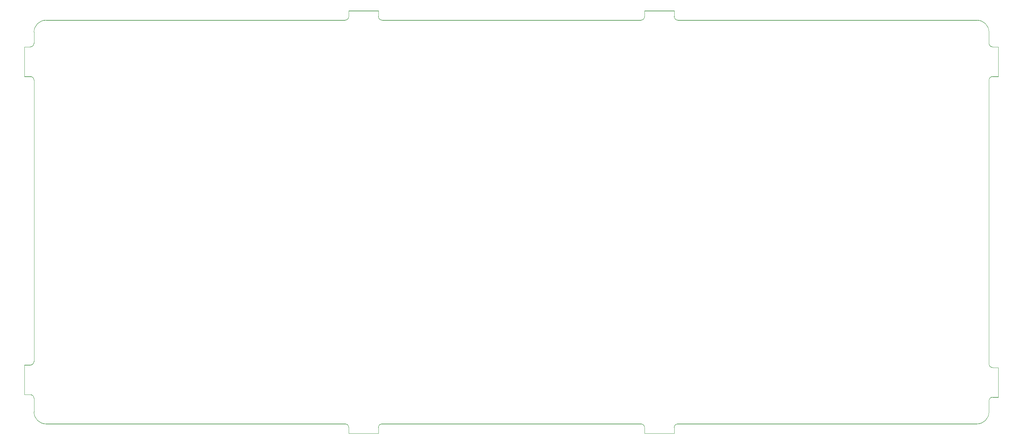
<source format=gm1>
G04*
G04 #@! TF.GenerationSoftware,Altium Limited,Altium Designer,24.2.2 (26)*
G04*
G04 Layer_Color=16711935*
%FSLAX44Y44*%
%MOMM*%
G71*
G04*
G04 #@! TF.SameCoordinates,2B7E99FB-4F0D-402E-9D71-9E8D4FD60802*
G04*
G04*
G04 #@! TF.FilePolarity,Positive*
G04*
G01*
G75*
%ADD96C,0.1000*%
%ADD98C,0.0100*%
D96*
X2608551Y1030485D02*
G03*
X2618551Y1020485I10000J0D01*
G01*
Y940485D02*
G03*
X2608551Y930485I0J-10000D01*
G01*
X57854Y1092835D02*
G03*
X25504Y1060485I0J-32350D01*
G01*
X2608551D02*
G03*
X2576201Y1092835I-32350J0D01*
G01*
X1757027Y1102835D02*
G03*
X1767027Y1092835I10000J0D01*
G01*
X967027Y437D02*
G03*
X957027Y-9563I0J-10000D01*
G01*
X1767027Y437D02*
G03*
X1757027Y-9563I0J-10000D01*
G01*
X957027Y1102835D02*
G03*
X967027Y1092835I10000J0D01*
G01*
X15504Y1020485D02*
G03*
X25504Y1030485I0J10000D01*
G01*
X1677027Y-9563D02*
G03*
X1667027Y437I-10000J0D01*
G01*
X25504Y930485D02*
G03*
X15504Y940485I-10000J0D01*
G01*
Y159636D02*
G03*
X25504Y169636I0J10000D01*
G01*
Y69636D02*
G03*
X15504Y79636I-10000J0D01*
G01*
X25504Y32787D02*
G03*
X57854Y437I32350J0D01*
G01*
X2618551Y72787D02*
G03*
X2608551Y62787I0J-10000D01*
G01*
X2576201Y437D02*
G03*
X2608551Y32787I0J32350D01*
G01*
X867027Y1092835D02*
G03*
X877027Y1102835I0J10000D01*
G01*
X1667027Y1092835D02*
G03*
X1677027Y1102835I0J10000D01*
G01*
X877027Y-9563D02*
G03*
X867027Y437I-10000J0D01*
G01*
X2608551Y162787D02*
G03*
X2618551Y152787I10000J0D01*
G01*
X4Y940485D02*
X15504D01*
X2634051Y72787D02*
Y152787D01*
X2618551Y72787D02*
X2634051D01*
X877027Y1118335D02*
X957027D01*
X4Y940485D02*
Y1020485D01*
X967027Y1092835D02*
X1667027D01*
X4Y79636D02*
Y159636D01*
Y79636D02*
X15504D01*
X25504Y169636D02*
Y930485D01*
Y32787D02*
Y69636D01*
X2618551Y1020485D02*
X2634051D01*
X57854Y437D02*
X867027D01*
X877027Y1102835D02*
Y1118335D01*
Y-25063D02*
Y-9563D01*
X957027Y-25063D02*
Y-9563D01*
X1677027Y-25063D02*
Y-9563D01*
Y-25063D02*
X1757027D01*
X957027Y1102835D02*
Y1118335D01*
X1677027D02*
X1757027D01*
X2608551Y1030485D02*
Y1060485D01*
X2618551Y940485D02*
X2634051D01*
X25504Y1030485D02*
Y1060485D01*
X1677027Y1102835D02*
Y1118335D01*
X1757027Y1102835D02*
Y1118335D01*
X2618551Y152787D02*
X2634051D01*
X4Y159636D02*
X15504D01*
X1767027Y1092835D02*
X2576201D01*
X2634051Y940485D02*
Y1020485D01*
X877027Y-25063D02*
X957027D01*
X2608551Y32787D02*
Y62787D01*
X1757027Y-25063D02*
Y-9563D01*
X1767027Y437D02*
X2576201D01*
X57854Y1092835D02*
X867027D01*
X4Y1020485D02*
X15504D01*
X2608551Y162787D02*
Y930485D01*
X967027Y437D02*
X1667027D01*
D98*
X57854Y1092385D02*
G03*
X25504Y1060035I0J-32350D01*
G01*
X957027Y1102385D02*
G03*
X967027Y1092385I10000J0D01*
G01*
X2608551Y1060035D02*
G03*
X2576201Y1092385I-32350J0D01*
G01*
X877027Y-10013D02*
G03*
X867027Y-13I-10000J0D01*
G01*
X1677027Y-10013D02*
G03*
X1667027Y-13I-10000J0D01*
G01*
X15504Y1020035D02*
G03*
X25504Y1030035I0J10000D01*
G01*
Y930035D02*
G03*
X15504Y940035I-10000J0D01*
G01*
X1757027Y1102385D02*
G03*
X1767027Y1092385I10000J0D01*
G01*
X25504Y69186D02*
G03*
X15504Y79186I-10000J0D01*
G01*
X1677027Y-10013D02*
G03*
X1667027Y-13I-10000J0D01*
G01*
X2576201D02*
G03*
X2608551Y32337I0J32350D01*
G01*
X867027Y1092385D02*
G03*
X877027Y1102385I0J10000D01*
G01*
X57854Y1092385D02*
G03*
X25504Y1060035I0J-32350D01*
G01*
X2608551Y1030035D02*
G03*
X2618551Y1020035I10000J0D01*
G01*
X2608551Y162337D02*
G03*
X2618551Y152337I10000J0D01*
G01*
X1767027Y-13D02*
G03*
X1757027Y-10013I0J-10000D01*
G01*
X867027Y1092385D02*
G03*
X877027Y1102385I0J10000D01*
G01*
X15504Y1020035D02*
G03*
X25504Y1030035I0J10000D01*
G01*
X15504Y159186D02*
G03*
X25504Y169186I0J10000D01*
G01*
X2608551Y1030035D02*
G03*
X2618551Y1020035I10000J0D01*
G01*
X25504Y32337D02*
G03*
X57854Y-13I32350J0D01*
G01*
X2608551Y162337D02*
G03*
X2618551Y152337I10000J0D01*
G01*
X877027Y-10013D02*
G03*
X867027Y-13I-10000J0D01*
G01*
X967027D02*
G03*
X957027Y-10013I0J-10000D01*
G01*
X2618551Y72337D02*
G03*
X2608551Y62337I0J-10000D01*
G01*
X1767027Y-13D02*
G03*
X1757027Y-10013I0J-10000D01*
G01*
X1667027Y1092385D02*
G03*
X1677027Y1102385I0J10000D01*
G01*
X1667027Y1092385D02*
G03*
X1677027Y1102385I0J10000D01*
G01*
X25504Y930035D02*
G03*
X15504Y940035I-10000J0D01*
G01*
X1757027Y1102385D02*
G03*
X1767027Y1092385I10000J0D01*
G01*
X25504Y69186D02*
G03*
X15504Y79186I-10000J0D01*
G01*
X25504Y32337D02*
G03*
X57854Y-13I32350J0D01*
G01*
X2576201D02*
G03*
X2608551Y32337I0J32350D01*
G01*
X15504Y159186D02*
G03*
X25504Y169186I0J10000D01*
G01*
X2618551Y940035D02*
G03*
X2608551Y930035I0J-10000D01*
G01*
X2618551Y940035D02*
G03*
X2608551Y930035I0J-10000D01*
G01*
X967027Y-13D02*
G03*
X957027Y-10013I0J-10000D01*
G01*
X2618551Y72337D02*
G03*
X2608551Y62337I0J-10000D01*
G01*
X957027Y1102385D02*
G03*
X967027Y1092385I10000J0D01*
G01*
X2608551Y1060035D02*
G03*
X2576201Y1092385I-32350J0D01*
G01*
X877027Y1117885D02*
X957027D01*
X967027Y1092385D02*
X1667027D01*
X25504Y169186D02*
Y930035D01*
X4Y159186D02*
X15504D01*
X4Y79186D02*
Y159186D01*
X1767027Y1092385D02*
X2576201D01*
X2634051Y940035D02*
Y1020035D01*
X877027Y-25513D02*
X957027D01*
X2618551Y152337D02*
X2634051D01*
X2618551Y72337D02*
X2634051D01*
X1767027Y-13D02*
X2576201D01*
X877027Y1102385D02*
Y1117885D01*
Y1102385D02*
Y1117885D01*
X1677027D02*
X1757027D01*
X57854Y-13D02*
X867027D01*
X57854D02*
X867027D01*
X2618551Y940035D02*
X2634051D01*
X2618551Y152337D02*
X2634051D01*
Y72337D02*
Y152337D01*
X957027Y1102385D02*
Y1117885D01*
X1677027Y1102385D02*
Y1117885D01*
X1757027Y1102385D02*
Y1117885D01*
X1767027Y1092385D02*
X2576201D01*
X4Y79186D02*
X15504D01*
X1677027Y-25513D02*
Y-10013D01*
Y-25513D02*
Y-10013D01*
X2608551Y32337D02*
Y62337D01*
X57854Y1092385D02*
X867027D01*
X25504Y1030035D02*
Y1060035D01*
X4Y159186D02*
X15504D01*
X25504Y32337D02*
Y69186D01*
X877027Y-25513D02*
Y-10013D01*
X2608551Y162337D02*
Y930035D01*
X957027Y-25513D02*
Y-10013D01*
Y-25513D02*
Y-10013D01*
X25504Y1030035D02*
Y1060035D01*
X4Y1020035D02*
X15504D01*
X1677027Y1102385D02*
Y1117885D01*
X1757027Y1102385D02*
Y1117885D01*
X2608551Y1030035D02*
Y1060035D01*
X2618551Y940035D02*
X2634051D01*
X2618551Y72337D02*
X2634051D01*
X1677027Y-25513D02*
X1757027D01*
Y-10013D01*
Y-25513D02*
Y-10013D01*
X877027Y1117885D02*
X957027D01*
X4Y940035D02*
Y1020035D01*
X967027Y1092385D02*
X1667027D01*
X25504Y169186D02*
Y930035D01*
X2618551Y1020035D02*
X2634051D01*
X2618551D02*
X2634051D01*
X877027Y-25513D02*
Y-10013D01*
X967027Y-13D02*
X1667027D01*
X2608551Y32337D02*
Y62337D01*
X57854Y1092385D02*
X867027D01*
X4Y940035D02*
Y1020035D01*
Y940035D02*
X15504D01*
X1677027Y1117885D02*
X1757027D01*
X2608551Y162337D02*
Y930035D01*
X967027Y-13D02*
X1667027D01*
X2634051Y72337D02*
Y152337D01*
X4Y1020035D02*
X15504D01*
X4Y940035D02*
X15504D01*
X4Y79186D02*
Y159186D01*
Y79186D02*
X15504D01*
X2608551Y1030035D02*
Y1060035D01*
X25504Y32337D02*
Y69186D01*
X2634051Y940035D02*
Y1020035D01*
X877027Y-25513D02*
X957027D01*
X1677027D02*
X1757027D01*
X1767027Y-13D02*
X2576201D01*
M02*

</source>
